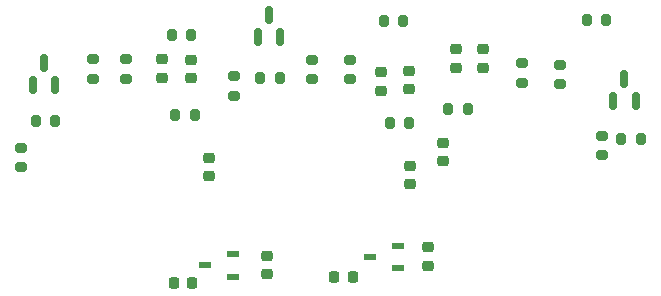
<source format=gbr>
%TF.GenerationSoftware,KiCad,Pcbnew,(6.0.5)*%
%TF.CreationDate,2024-03-24T17:12:35+02:00*%
%TF.ProjectId,Sensor Subsystem,53656e73-6f72-4205-9375-627379737465,rev?*%
%TF.SameCoordinates,Original*%
%TF.FileFunction,Paste,Top*%
%TF.FilePolarity,Positive*%
%FSLAX46Y46*%
G04 Gerber Fmt 4.6, Leading zero omitted, Abs format (unit mm)*
G04 Created by KiCad (PCBNEW (6.0.5)) date 2024-03-24 17:12:35*
%MOMM*%
%LPD*%
G01*
G04 APERTURE LIST*
G04 Aperture macros list*
%AMRoundRect*
0 Rectangle with rounded corners*
0 $1 Rounding radius*
0 $2 $3 $4 $5 $6 $7 $8 $9 X,Y pos of 4 corners*
0 Add a 4 corners polygon primitive as box body*
4,1,4,$2,$3,$4,$5,$6,$7,$8,$9,$2,$3,0*
0 Add four circle primitives for the rounded corners*
1,1,$1+$1,$2,$3*
1,1,$1+$1,$4,$5*
1,1,$1+$1,$6,$7*
1,1,$1+$1,$8,$9*
0 Add four rect primitives between the rounded corners*
20,1,$1+$1,$2,$3,$4,$5,0*
20,1,$1+$1,$4,$5,$6,$7,0*
20,1,$1+$1,$6,$7,$8,$9,0*
20,1,$1+$1,$8,$9,$2,$3,0*%
G04 Aperture macros list end*
%ADD10RoundRect,0.200000X-0.200000X-0.275000X0.200000X-0.275000X0.200000X0.275000X-0.200000X0.275000X0*%
%ADD11RoundRect,0.225000X-0.250000X0.225000X-0.250000X-0.225000X0.250000X-0.225000X0.250000X0.225000X0*%
%ADD12RoundRect,0.200000X0.200000X0.275000X-0.200000X0.275000X-0.200000X-0.275000X0.200000X-0.275000X0*%
%ADD13RoundRect,0.150000X0.150000X-0.587500X0.150000X0.587500X-0.150000X0.587500X-0.150000X-0.587500X0*%
%ADD14RoundRect,0.200000X0.275000X-0.200000X0.275000X0.200000X-0.275000X0.200000X-0.275000X-0.200000X0*%
%ADD15R,1.117600X0.482600*%
%ADD16RoundRect,0.225000X0.250000X-0.225000X0.250000X0.225000X-0.250000X0.225000X-0.250000X-0.225000X0*%
%ADD17RoundRect,0.225000X0.225000X0.250000X-0.225000X0.250000X-0.225000X-0.250000X0.225000X-0.250000X0*%
G04 APERTURE END LIST*
D10*
%TO.C,R18*%
X6566400Y22860000D03*
X8216400Y22860000D03*
%TD*%
D11*
%TO.C,C3*%
X5411000Y27597000D03*
X5411000Y26047000D03*
%TD*%
D12*
%TO.C,R4*%
X45960800Y20828000D03*
X44310800Y20828000D03*
%TD*%
%TO.C,R10*%
X43063200Y30896000D03*
X41413200Y30896000D03*
%TD*%
D13*
%TO.C,Q2*%
X13540200Y29458500D03*
X15440200Y29458500D03*
X14490200Y31333500D03*
%TD*%
D11*
%TO.C,C8*%
X26390200Y18559000D03*
X26390200Y17009000D03*
%TD*%
D10*
%TO.C,R17*%
X24715200Y22184000D03*
X26365200Y22184000D03*
%TD*%
D14*
%TO.C,R13*%
X39110000Y25485000D03*
X39110000Y27135000D03*
%TD*%
%TO.C,R2*%
X11490200Y24509000D03*
X11490200Y26159000D03*
%TD*%
%TO.C,R7*%
X35920000Y25625000D03*
X35920000Y27275000D03*
%TD*%
D15*
%TO.C,U4*%
X25400000Y9901999D03*
X25400000Y11802001D03*
X23012400Y10852000D03*
%TD*%
D14*
%TO.C,R9*%
X-439000Y25947000D03*
X-439000Y27597000D03*
%TD*%
D12*
%TO.C,R16*%
X31330400Y23368000D03*
X29680400Y23368000D03*
%TD*%
D16*
%TO.C,C12*%
X27914600Y10127800D03*
X27914600Y11677800D03*
%TD*%
D14*
%TO.C,R8*%
X18090200Y25909000D03*
X18090200Y27559000D03*
%TD*%
D10*
%TO.C,R11*%
X24215200Y30846000D03*
X25865200Y30846000D03*
%TD*%
D14*
%TO.C,R3*%
X-6477000Y18468200D03*
X-6477000Y20118200D03*
%TD*%
D12*
%TO.C,R5*%
X15415200Y26034000D03*
X13765200Y26034000D03*
%TD*%
D11*
%TO.C,C5*%
X26340200Y26609000D03*
X26340200Y25059000D03*
%TD*%
%TO.C,C2*%
X23952200Y26509000D03*
X23952200Y24959000D03*
%TD*%
D10*
%TO.C,R12*%
X6245000Y29700000D03*
X7895000Y29700000D03*
%TD*%
D16*
%TO.C,C13*%
X14300200Y9385000D03*
X14300200Y10935000D03*
%TD*%
D13*
%TO.C,Q1*%
X43627000Y24066500D03*
X45527000Y24066500D03*
X44577000Y25941500D03*
%TD*%
D11*
%TO.C,C7*%
X29235400Y20536200D03*
X29235400Y18986200D03*
%TD*%
%TO.C,C1*%
X30288200Y28448000D03*
X30288200Y26898000D03*
%TD*%
D17*
%TO.C,C10*%
X21577600Y9144000D03*
X20027600Y9144000D03*
%TD*%
D14*
%TO.C,R15*%
X2411000Y25947000D03*
X2411000Y27597000D03*
%TD*%
%TO.C,R14*%
X21340200Y25909000D03*
X21340200Y27559000D03*
%TD*%
D12*
%TO.C,R6*%
X-3596000Y22352000D03*
X-5246000Y22352000D03*
%TD*%
D13*
%TO.C,Q3*%
X-5521000Y25408500D03*
X-3621000Y25408500D03*
X-4571000Y27283500D03*
%TD*%
D11*
%TO.C,C9*%
X9389600Y19255200D03*
X9389600Y17705200D03*
%TD*%
D14*
%TO.C,R1*%
X42646600Y19495000D03*
X42646600Y21145000D03*
%TD*%
D17*
%TO.C,C11*%
X7963200Y8636000D03*
X6413200Y8636000D03*
%TD*%
D11*
%TO.C,C6*%
X7911000Y27547000D03*
X7911000Y25997000D03*
%TD*%
%TO.C,C4*%
X32588200Y28448000D03*
X32588200Y26898000D03*
%TD*%
D15*
%TO.C,U5*%
X11430000Y9209999D03*
X11430000Y11110001D03*
X9042400Y10160000D03*
%TD*%
M02*

</source>
